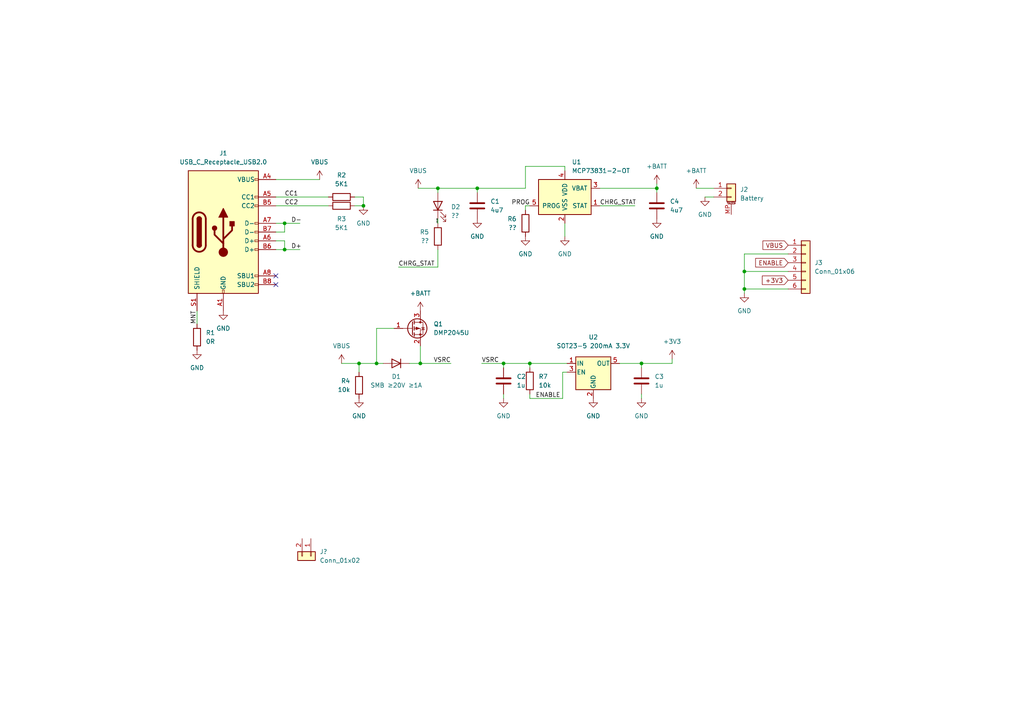
<source format=kicad_sch>
(kicad_sch (version 20211123) (generator eeschema)
  (paper "A4")
  (title_block (title "SDP23_Team5_Coaster") (date "2022-11-22") (rev "v1.0") (company "Qat") (comment 1 "Omar Areiqat") (comment 2 "Referenced from M5 Terrain Buggy"))
  (lib_symbols
    (symbol "Battery_Management:MCP73831-2-OT" (pin_names (offset 1.016))
      (property "Reference" "U" (at -7.62 6.35 0))
      (property "Value" "MCP73831-2-OT" (at 1.27 6.35 0))
      (symbol "MCP73831-2-OT_0_1"
        (rectangle (start -7.62 5.08) (end 7.62 -5.08) (stroke (width 0.254)) (fill (type background)))
      )
      (symbol "MCP73831-2-OT_1_1"
        (pin output line (at 10.16 -2.54 180) (length 2.54) (name "STAT") (number "1"))
        (pin power_in line (at 0 -7.62 90) (length 2.54) (name "VSS") (number "2"))
        (pin power_out line (at 10.16 2.54 180) (length 2.54) (name "VBAT") (number "3"))
        (pin power_in line (at 0 7.62 270) (length 2.54) (name "VDD") (number "4"))
        (pin input line (at -10.16 -2.54 0) (length 2.54) (name "PROG") (number "5"))
      )
    )
    (symbol "Connector:USB_C_Receptacle_USB2.0" (pin_names (offset 1.016))
      (property "Reference" "J" (at -10.16 19.05 0))
      (property "Value" "USB_C_Receptacle_USB2.0" (at 19.05 19.05 0))
      (symbol "USB_C_Receptacle_USB2.0_0_0"
        (rectangle (start -0.254 -17.78) (end 0.254 -16.764))
        (rectangle (start 10.16 -14.986) (end 9.144 -15.494))
        (rectangle (start 10.16 -12.446) (end 9.144 -12.954))
        (rectangle (start 10.16 -4.826) (end 9.144 -5.334))
        (rectangle (start 10.16 -2.286) (end 9.144 -2.794))
        (rectangle (start 10.16 0.254) (end 9.144 -0.254))
        (rectangle (start 10.16 2.794) (end 9.144 2.286))
        (rectangle (start 10.16 7.874) (end 9.144 7.366))
        (rectangle (start 10.16 10.414) (end 9.144 9.906))
        (rectangle (start 10.16 15.494) (end 9.144 14.986))
      )
      (symbol "USB_C_Receptacle_USB2.0_0_1"
        (rectangle (start -10.16 17.78) (end 10.16 -17.78) (stroke (width 0.254)) (fill (type background)))
        (arc (start -8.89 -3.81) (mid -6.985 -5.715) (end -5.08 -3.81) (stroke (width 0.508)))
        (arc (start -7.62 -3.81) (mid -6.985 -4.445) (end -6.35 -3.81) (stroke (width 0.254)))
        (arc (start -7.62 -3.81) (mid -6.985 -4.445) (end -6.35 -3.81) (stroke (width 0.254)) (fill (type outline)))
        (rectangle (start -7.62 -3.81) (end -6.35 3.81) (stroke (width 0.254)) (fill (type outline)))
        (arc (start -6.35 3.81) (mid -6.985 4.445) (end -7.62 3.81) (stroke (width 0.254)))
        (arc (start -6.35 3.81) (mid -6.985 4.445) (end -7.62 3.81) (stroke (width 0.254)) (fill (type outline)))
        (arc (start -5.08 3.81) (mid -6.985 5.715) (end -8.89 3.81) (stroke (width 0.508)))
        (circle (center -2.54 1.143) (radius 0.635) (stroke (width 0.254)) (fill (type outline)))
        (circle (center 0 -5.842) (radius 1.27) (fill (type outline)))
        (polyline (pts (xy -8.89 -3.81) (xy -8.89 3.81)) (stroke (width 0.508)))
        (polyline (pts (xy -5.08 3.81) (xy -5.08 -3.81)) (stroke (width 0.508)))
        (polyline (pts (xy 0 -5.842) (xy 0 4.318)) (stroke (width 0.508)))
        (polyline (pts (xy 0 -3.302) (xy -2.54 -0.762) (xy -2.54 0.508)) (stroke (width 0.508)))
        (polyline (pts (xy 0 -2.032) (xy 2.54 0.508) (xy 2.54 1.778)) (stroke (width 0.508)))
        (polyline (pts (xy -1.27 4.318) (xy 0 6.858) (xy 1.27 4.318) (xy -1.27 4.318)) (stroke (width 0.254)) (fill (type outline)))
        (rectangle (start 1.905 1.778) (end 3.175 3.048) (stroke (width 0.254)) (fill (type outline)))
      )
      (symbol "USB_C_Receptacle_USB2.0_1_1"
        (pin passive line (at 0 -22.86 90) (length 5.08) (name "GND") (number "A1"))
        (pin passive line (at 0 -22.86 90) (length 5.08) hide (name "GND") (number "A12"))
        (pin passive line (at 15.24 15.24 180) (length 5.08) (name "VBUS") (number "A4"))
        (pin bidirectional line (at 15.24 10.16 180) (length 5.08) (name "CC1") (number "A5"))
        (pin bidirectional line (at 15.24 -2.54 180) (length 5.08) (name "D+") (number "A6"))
        (pin bidirectional line (at 15.24 2.54 180) (length 5.08) (name "D-") (number "A7"))
        (pin bidirectional line (at 15.24 -12.7 180) (length 5.08) (name "SBU1") (number "A8"))
        (pin passive line (at 15.24 15.24 180) (length 5.08) hide (name "VBUS") (number "A9"))
        (pin passive line (at 0 -22.86 90) (length 5.08) hide (name "GND") (number "B1"))
        (pin passive line (at 0 -22.86 90) (length 5.08) hide (name "GND") (number "B12"))
        (pin passive line (at 15.24 15.24 180) (length 5.08) hide (name "VBUS") (number "B4"))
        (pin bidirectional line (at 15.24 7.62 180) (length 5.08) (name "CC2") (number "B5"))
        (pin bidirectional line (at 15.24 -5.08 180) (length 5.08) (name "D+") (number "B6"))
        (pin bidirectional line (at 15.24 0 180) (length 5.08) (name "D-") (number "B7"))
        (pin bidirectional line (at 15.24 -15.24 180) (length 5.08) (name "SBU2") (number "B8"))
        (pin passive line (at 15.24 15.24 180) (length 5.08) hide (name "VBUS") (number "B9"))
        (pin passive line (at -7.62 -22.86 90) (length 5.08) (name "SHIELD") (number "S1"))
      )
    )
    (symbol "Connector_Generic:Conn_01x02" (pin_names (offset 1.016) hide)
      (property "Reference" "J" (at 0 2.54 0))
      (property "Value" "Conn_01x02" (at 0 -5.08 0))
      (symbol "Conn_01x02_1_1"
        (rectangle (start -1.27 -2.413) (end 0 -2.667) (stroke (width 0.1524)))
        (rectangle (start -1.27 0.127) (end 0 -0.127) (stroke (width 0.1524)))
        (rectangle (start -1.27 1.27) (end 1.27 -3.81) (stroke (width 0.254)) (fill (type background)))
        (pin passive line (at -5.08 0 0) (length 3.81) (name "Pin_1") (number "1"))
        (pin passive line (at -5.08 -2.54 0) (length 3.81) (name "Pin_2") (number "2"))
      )
    )
    (symbol "Connector_Generic:Conn_01x06" (pin_names (offset 1.016) hide)
      (property "Reference" "J" (at 0 7.62 0))
      (property "Value" "Conn_01x06" (at 0 -10.16 0))
      (symbol "Conn_01x06_1_1"
        (rectangle (start -1.27 -7.493) (end 0 -7.747) (stroke (width 0.1524)))
        (rectangle (start -1.27 -4.953) (end 0 -5.207) (stroke (width 0.1524)))
        (rectangle (start -1.27 -2.413) (end 0 -2.667) (stroke (width 0.1524)))
        (rectangle (start -1.27 0.127) (end 0 -0.127) (stroke (width 0.1524)))
        (rectangle (start -1.27 2.667) (end 0 2.413) (stroke (width 0.1524)))
        (rectangle (start -1.27 5.207) (end 0 4.953) (stroke (width 0.1524)))
        (rectangle (start -1.27 6.35) (end 1.27 -8.89) (stroke (width 0.254)) (fill (type background)))
        (pin passive line (at -5.08 5.08 0) (length 3.81) (name "Pin_1") (number "1"))
        (pin passive line (at -5.08 2.54 0) (length 3.81) (name "Pin_2") (number "2"))
        (pin passive line (at -5.08 0 0) (length 3.81) (name "Pin_3") (number "3"))
        (pin passive line (at -5.08 -2.54 0) (length 3.81) (name "Pin_4") (number "4"))
        (pin passive line (at -5.08 -5.08 0) (length 3.81) (name "Pin_5") (number "5"))
        (pin passive line (at -5.08 -7.62 0) (length 3.81) (name "Pin_6") (number "6"))
      )
    )
    (symbol "Connector_Generic_MountingPin:Conn_01x02_MountingPin" (pin_names (offset 1.016) hide)
      (property "Reference" "J" (at 0 2.54 0))
      (property "Value" "Conn_01x02_MountingPin" (at 1.27 -5.08 0))
      (symbol "Conn_01x02_MountingPin_1_1"
        (rectangle (start -1.27 -2.413) (end 0 -2.667) (stroke (width 0.1524)))
        (rectangle (start -1.27 0.127) (end 0 -0.127) (stroke (width 0.1524)))
        (rectangle (start -1.27 1.27) (end 1.27 -3.81) (stroke (width 0.254)) (fill (type background)))
        (polyline (pts (xy -1.016 -4.572) (xy 1.016 -4.572)) (stroke (width 0.1524)))
        (text "Mounting" (at 0 -4.191 0) (effects (font (size 0.381 0.381))))
        (pin passive line (at -5.08 0 0) (length 3.81) (name "Pin_1") (number "1"))
        (pin passive line (at -5.08 -2.54 0) (length 3.81) (name "Pin_2") (number "2"))
        (pin passive line (at 0 -7.62 90) (length 3.048) (name "MountPin") (number "MP"))
      )
    )
    (symbol "Device:C" (pin_numbers hide) (pin_names (offset 0.254))
      (property "Reference" "C" (at 0.635 2.54 0))
      (property "Value" "C" (at 0.635 -2.54 0))
      (symbol "C_0_1"
        (polyline (pts (xy -2.032 -0.762) (xy 2.032 -0.762)) (stroke (width 0.508)))
        (polyline (pts (xy -2.032 0.762) (xy 2.032 0.762)) (stroke (width 0.508)))
      )
      (symbol "C_1_1"
        (pin passive line (at 0 3.81 270) (length 2.794) (name "~") (number "1"))
        (pin passive line (at 0 -3.81 90) (length 2.794) (name "~") (number "2"))
      )
    )
    (symbol "Device:D" (pin_numbers hide) (pin_names (offset 1.016) hide)
      (property "Reference" "D" (at 0 2.54 0))
      (property "Value" "D" (at 0 -2.54 0))
      (symbol "D_0_1"
        (polyline (pts (xy -1.27 1.27) (xy -1.27 -1.27)) (stroke (width 0.254)))
        (polyline (pts (xy 1.27 0) (xy -1.27 0)))
        (polyline (pts (xy 1.27 1.27) (xy 1.27 -1.27) (xy -1.27 0) (xy 1.27 1.27)) (stroke (width 0.254)))
      )
      (symbol "D_1_1"
        (pin passive line (at -3.81 0 0) (length 2.54) (name "K") (number "1"))
        (pin passive line (at 3.81 0 180) (length 2.54) (name "A") (number "2"))
      )
    )
    (symbol "Device:LED" (pin_numbers hide) (pin_names (offset 1.016) hide)
      (property "Reference" "D" (at 0 2.54 0))
      (property "Value" "LED" (at 0 -2.54 0))
      (symbol "LED_0_1"
        (polyline (pts (xy -1.27 -1.27) (xy -1.27 1.27)) (stroke (width 0.254)))
        (polyline (pts (xy -1.27 0) (xy 1.27 0)))
        (polyline (pts (xy 1.27 -1.27) (xy 1.27 1.27) (xy -1.27 0) (xy 1.27 -1.27)) (stroke (width 0.254)))
        (polyline (pts (xy -3.048 -0.762) (xy -4.572 -2.286) (xy -3.81 -2.286) (xy -4.572 -2.286) (xy -4.572 -1.524)))
        (polyline (pts (xy -1.778 -0.762) (xy -3.302 -2.286) (xy -2.54 -2.286) (xy -3.302 -2.286) (xy -3.302 -1.524)))
      )
      (symbol "LED_1_1"
        (pin passive line (at -3.81 0 0) (length 2.54) (name "K") (number "1"))
        (pin passive line (at 3.81 0 180) (length 2.54) (name "A") (number "2"))
      )
    )
    (symbol "Device:R" (pin_numbers hide) (pin_names (offset 0))
      (property "Reference" "R" (at 2.032 0 90))
      (property "Value" "R" (at 0 0 90))
      (symbol "R_0_1"
        (rectangle (start -1.016 -2.54) (end 1.016 2.54) (stroke (width 0.254)))
      )
      (symbol "R_1_1"
        (pin passive line (at 0 3.81 270) (length 1.27) (name "~") (number "1"))
        (pin passive line (at 0 -3.81 90) (length 1.27) (name "~") (number "2"))
      )
    )
    (symbol "Regulator_Linear:TLV70033_SOT23-5" (pin_names (offset 0.254))
      (property "Reference" "U" (at -3.81 5.715 0))
      (property "Value" "TLV70033_SOT23-5" (at 0 5.715 0))
      (symbol "TLV70033_SOT23-5_0_1"
        (rectangle (start -5.08 4.445) (end 5.08 -5.08) (stroke (width 0.254)) (fill (type background)))
      )
      (symbol "TLV70033_SOT23-5_1_1"
        (pin power_in line (at -7.62 2.54 0) (length 2.54) (name "IN") (number "1"))
        (pin power_in line (at 0 -7.62 90) (length 2.54) (name "GND") (number "2"))
        (pin input line (at -7.62 0 0) (length 2.54) (name "EN") (number "3"))
        (pin no_connect line (at 5.08 0 180) (length 2.54) hide (name "NC") (number "4"))
        (pin power_out line (at 7.62 2.54 180) (length 2.54) (name "OUT") (number "5"))
      )
    )
    (symbol "Transistor_FET:AO3401A" (pin_names hide)
      (property "Reference" "Q" (at 5.08 1.905 0))
      (property "Value" "AO3401A" (at 5.08 0 0))
      (symbol "AO3401A_0_1"
        (polyline (pts (xy 0.254 0) (xy -2.54 0)))
        (polyline (pts (xy 0.254 1.905) (xy 0.254 -1.905)) (stroke (width 0.254)))
        (polyline (pts (xy 0.762 -1.27) (xy 0.762 -2.286)) (stroke (width 0.254)))
        (polyline (pts (xy 0.762 0.508) (xy 0.762 -0.508)) (stroke (width 0.254)))
        (polyline (pts (xy 0.762 2.286) (xy 0.762 1.27)) (stroke (width 0.254)))
        (polyline (pts (xy 2.54 2.54) (xy 2.54 1.778)))
        (polyline (pts (xy 2.54 -2.54) (xy 2.54 0) (xy 0.762 0)))
        (polyline (pts (xy 0.762 1.778) (xy 3.302 1.778) (xy 3.302 -1.778) (xy 0.762 -1.778)))
        (polyline (pts (xy 2.286 0) (xy 1.27 0.381) (xy 1.27 -0.381) (xy 2.286 0)) (fill (type outline)))
        (polyline (pts (xy 2.794 -0.508) (xy 2.921 -0.381) (xy 3.683 -0.381) (xy 3.81 -0.254)))
        (polyline (pts (xy 3.302 -0.381) (xy 2.921 0.254) (xy 3.683 0.254) (xy 3.302 -0.381)))
        (circle (center 1.651 0) (radius 2.794) (stroke (width 0.254)))
        (circle (center 2.54 -1.778) (radius 0.254) (fill (type outline)))
        (circle (center 2.54 1.778) (radius 0.254) (fill (type outline)))
      )
      (symbol "AO3401A_1_1"
        (pin input line (at -5.08 0 0) (length 2.54) (name "G") (number "1"))
        (pin passive line (at 2.54 -5.08 90) (length 2.54) (name "S") (number "2"))
        (pin passive line (at 2.54 5.08 270) (length 2.54) (name "D") (number "3"))
      )
    )
    (symbol "power:+3V3" (power) (pin_names (offset 0))
      (property "Value" "+3V3" (at 0 3.556 0))
      (symbol "+3V3_0_1"
        (polyline (pts (xy -0.762 1.27) (xy 0 2.54)))
        (polyline (pts (xy 0 0) (xy 0 2.54)))
        (polyline (pts (xy 0 2.54) (xy 0.762 1.27)))
      )
      (symbol "+3V3_1_1"
        (pin power_in line (at 0 0 90) (length 0) hide (name "+3V3") (number "1"))
      )
    )
    (symbol "power:+BATT" (power) (pin_names (offset 0))
      (property "Value" "+BATT" (at 0 3.556 0))
      (symbol "+BATT_0_1"
        (polyline (pts (xy -0.762 1.27) (xy 0 2.54)))
        (polyline (pts (xy 0 0) (xy 0 2.54)))
        (polyline (pts (xy 0 2.54) (xy 0.762 1.27)))
      )
      (symbol "+BATT_1_1"
        (pin power_in line (at 0 0 90) (length 0) hide (name "+BATT") (number "1"))
      )
    )
    (symbol "power:GND" (power) (pin_names (offset 0))
      (property "Value" "GND" (at 0 -3.81 0))
      (symbol "GND_0_1"
        (polyline (pts (xy 0 0) (xy 0 -1.27) (xy 1.27 -1.27) (xy 0 -2.54) (xy -1.27 -1.27) (xy 0 -1.27)))
      )
      (symbol "GND_1_1"
        (pin power_in line (at 0 0 270) (length 0) hide (name "GND") (number "1"))
      )
    )
    (symbol "power:VBUS" (power) (pin_names (offset 0))
      (property "Value" "VBUS" (at 0 3.81 0))
      (symbol "VBUS_0_1"
        (polyline (pts (xy -0.762 1.27) (xy 0 2.54)))
        (polyline (pts (xy 0 0) (xy 0 2.54)))
        (polyline (pts (xy 0 2.54) (xy 0.762 1.27)))
      )
      (symbol "VBUS_1_1"
        (pin power_in line (at 0 0 90) (length 0) hide (name "VBUS") (number "1"))
      )
    )
  )
  (junction (at 190.5 54.61))
  (junction (at 121.92 105.41))
  (junction (at 82.55 64.77))
  (junction (at 186.055 105.41))
  (junction (at 153.67 105.41))
  (junction (at 215.9 83.82))
  (junction (at 109.22 105.41))
  (junction (at 138.43 54.61))
  (junction (at 105.41 59.69))
  (junction (at 127 54.61))
  (junction (at 215.9 78.74))
  (junction (at 82.55 72.39))
  (junction (at 104.14 105.41))
  (junction (at 146.05 105.41))
  (no_connect (at 80.01 82.55))
  (no_connect (at 80.01 80.01))
  (wire (pts (xy 215.9 83.82) (xy 215.9 78.74)))
  (wire (pts (xy 104.14 105.41) (xy 104.14 107.95)))
  (wire (pts (xy 80.01 67.31) (xy 82.55 67.31)))
  (wire (pts (xy 109.22 95.25) (xy 109.22 105.41)))
  (wire (pts (xy 153.67 106.68) (xy 153.67 105.41)))
  (wire (pts (xy 163.83 68.58) (xy 163.83 64.77)))
  (wire (pts (xy 186.055 105.41) (xy 194.945 105.41)))
  (wire (pts (xy 118.745 105.41) (xy 121.92 105.41)))
  (wire (pts (xy 139.7 105.41) (xy 146.05 105.41)))
  (wire (pts (xy 152.4 48.26) (xy 152.4 54.61)))
  (wire (pts (xy 173.99 54.61) (xy 190.5 54.61)))
  (wire (pts (xy 80.01 57.15) (xy 95.25 57.15)))
  (wire (pts (xy 163.195 107.95) (xy 163.195 115.57)))
  (wire (pts (xy 138.43 54.61) (xy 152.4 54.61)))
  (wire (pts (xy 153.67 114.3) (xy 153.67 115.57)))
  (wire (pts (xy 99.06 105.41) (xy 104.14 105.41)))
  (wire (pts (xy 80.01 52.07) (xy 92.71 52.07)))
  (wire (pts (xy 109.22 105.41) (xy 111.125 105.41)))
  (wire (pts (xy 153.67 115.57) (xy 163.195 115.57)))
  (wire (pts (xy 186.055 114.3) (xy 186.055 115.57)))
  (wire (pts (xy 127 54.61) (xy 138.43 54.61)))
  (wire (pts (xy 57.15 90.17) (xy 57.15 93.98)))
  (wire (pts (xy 121.92 105.41) (xy 130.81 105.41)))
  (wire (pts (xy 179.705 105.41) (xy 186.055 105.41)))
  (wire (pts (xy 190.5 53.34) (xy 190.5 54.61)))
  (wire (pts (xy 228.6 83.82) (xy 215.9 83.82)))
  (wire (pts (xy 152.4 60.96) (xy 152.4 59.69)))
  (wire (pts (xy 146.05 105.41) (xy 153.67 105.41)))
  (wire (pts (xy 127 72.39) (xy 127 77.47)))
  (wire (pts (xy 115.57 77.47) (xy 127 77.47)))
  (wire (pts (xy 104.14 105.41) (xy 109.22 105.41)))
  (wire (pts (xy 82.55 69.85) (xy 82.55 72.39)))
  (wire (pts (xy 80.01 72.39) (xy 82.55 72.39)))
  (wire (pts (xy 186.055 105.41) (xy 186.055 106.68)))
  (wire (pts (xy 228.6 73.66) (xy 215.9 73.66)))
  (wire (pts (xy 190.5 54.61) (xy 190.5 55.88)))
  (wire (pts (xy 164.465 107.95) (xy 163.195 107.95)))
  (wire (pts (xy 138.43 54.61) (xy 138.43 55.88)))
  (wire (pts (xy 102.87 59.69) (xy 105.41 59.69)))
  (wire (pts (xy 207.01 57.15) (xy 204.47 57.15)))
  (wire (pts (xy 121.92 100.33) (xy 121.92 105.41)))
  (wire (pts (xy 82.55 72.39) (xy 86.995 72.39)))
  (wire (pts (xy 102.87 57.15) (xy 105.41 57.15)))
  (wire (pts (xy 146.05 105.41) (xy 146.05 106.68)))
  (wire (pts (xy 82.55 64.77) (xy 82.55 67.31)))
  (wire (pts (xy 153.67 105.41) (xy 164.465 105.41)))
  (wire (pts (xy 215.9 73.66) (xy 215.9 78.74)))
  (wire (pts (xy 127 63.5) (xy 127 64.77)))
  (wire (pts (xy 121.285 54.61) (xy 127 54.61)))
  (wire (pts (xy 215.9 83.82) (xy 215.9 85.09)))
  (wire (pts (xy 80.01 64.77) (xy 82.55 64.77)))
  (wire (pts (xy 146.05 114.3) (xy 146.05 115.57)))
  (wire (pts (xy 80.01 69.85) (xy 82.55 69.85)))
  (wire (pts (xy 215.9 78.74) (xy 228.6 78.74)))
  (wire (pts (xy 109.22 95.25) (xy 114.3 95.25)))
  (wire (pts (xy 194.945 104.14) (xy 194.945 105.41)))
  (wire (pts (xy 105.41 57.15) (xy 105.41 59.69)))
  (wire (pts (xy 163.83 49.53) (xy 163.83 48.26)))
  (wire (pts (xy 127 54.61) (xy 127 55.88)))
  (wire (pts (xy 82.55 64.77) (xy 86.995 64.77)))
  (wire (pts (xy 173.99 59.69) (xy 184.15 59.69)))
  (wire (pts (xy 201.93 54.61) (xy 207.01 54.61)))
  (wire (pts (xy 152.4 59.69) (xy 153.67 59.69)))
  (wire (pts (xy 80.01 59.69) (xy 95.25 59.69)))
  (wire (pts (xy 163.83 48.26) (xy 152.4 48.26)))
  (label "CHRG_STAT" (at 173.99 59.69 0))
  (label "D+" (at 84.455 72.39 0))
  (label "MNT" (at 57.15 93.98 90))
  (label "PROG" (at 153.67 59.69 180))
  (label "VSRC" (at 125.73 105.41 0))
  (label "CC2" (at 82.55 59.69 0))
  (label "CHRG_STAT" (at 115.57 77.47 0))
  (label "D-" (at 84.455 64.77 0))
  (label "ENABLE" (at 162.56 115.57 180))
  (label "VSRC" (at 139.7 105.41 0))
  (label "LED_D2" (at 127 64.77 90) (effects (font (size 0.254 0.254))))
  (label "CC1" (at 82.55 57.15 0))
  (global_label "VBUS" (shape input) (at 228.6 71.12 180) (property "Intersheet References" "${INTERSHEET_REFS}" (effects hide)))
  (global_label "ENABLE" (shape input) (at 228.6 76.2 180) (property "Intersheet References" "${INTERSHEET_REFS}" (effects hide)))
  (global_label "+3V3" (shape input) (at 228.6 81.28 180) (property "Intersheet References" "${INTERSHEET_REFS}" (effects hide)))
  (symbol (lib_id "power:GND") (at 64.77 90.17 0) (unit 1)
    (property "Reference" "#PWR0119" (effects hide))
    (property "Value" "GND" (at 64.77 95.25 0))
  )
  (symbol (lib_id "Device:R") (at 153.67 110.49 180) (unit 1)
    (property "Reference" "R7" (at 156.21 109.2199 0) (effects (justify right)))
    (property "Value" "10k" (at 156.21 111.7599 0) (effects (justify right)))
    (property "Footprint" "Resistor_SMD:R_0805_2012Metric_Pad1.20x1.40mm_HandSolder" (effects hide))
  )
  (symbol (lib_id "power:GND") (at 190.5 63.5 0) (unit 1)
    (property "Reference" "#PWR0106" (effects hide))
    (property "Value" "GND" (at 190.5 68.58 0))
  )
  (symbol (lib_id "power:GND") (at 138.43 63.5 0) (unit 1)
    (property "Reference" "#PWR0109" (effects hide))
    (property "Value" "GND" (at 138.43 68.58 0))
  )
  (symbol (lib_id "Connector:USB_C_Receptacle_USB2.0") (at 64.77 67.31 0) (unit 1)
    (property "Reference" "J1" (at 64.77 44.45 0))
    (property "Value" "USB_C_Receptacle_USB2.0" (at 64.77 46.99 0))
    (property "Footprint" "Connector_USB:USB_C_Receptacle_Palconn_UTC16-G" (effects hide))
    (property "Datasheet" "https://www.usb.org/sites/default/files/documents/usb_type-c.zip" (effects hide))
  )
  (symbol (lib_id "Regulator_Linear:TLV70033_SOT23-5") (at 172.085 107.95 0) (unit 1)
    (property "Reference" "U2" (at 172.085 97.79 0))
    (property "Value" "SOT23-5 200mA 3.3V" (at 172.085 100.33 0))
    (property "Footprint" "Package_TO_SOT_SMD:SOT-23-5" (effects hide))
    (property "Datasheet" "http://www.ti.com/lit/ds/symlink/tlv700.pdf" (effects hide))
  )
  (symbol (lib_id "Device:C") (at 138.43 59.69 180) (unit 1)
    (property "Reference" "C1" (at 142.24 58.4199 0) (effects (justify right)))
    (property "Value" "4u7" (at 142.24 60.9599 0) (effects (justify right)))
    (property "Footprint" "Capacitor_SMD:C_0805_2012Metric_Pad1.18x1.45mm_HandSolder" (effects hide))
  )
  (symbol (lib_id "power:GND") (at 163.83 68.58 0) (unit 1)
    (property "Reference" "#PWR0110" (effects hide))
    (property "Value" "GND" (at 163.83 73.66 0))
  )
  (symbol (lib_id "power:+BATT") (at 190.5 53.34 0) (unit 1)
    (property "Reference" "#PWR0103" (effects hide))
    (property "Value" "+BATT" (at 190.5 48.26 0))
  )
  (symbol (lib_id "Device:C") (at 186.055 110.49 180) (unit 1)
    (property "Reference" "C3" (at 189.865 109.2199 0) (effects (justify right)))
    (property "Value" "1u" (at 189.865 111.7599 0) (effects (justify right)))
    (property "Footprint" "Capacitor_SMD:C_0805_2012Metric_Pad1.18x1.45mm_HandSolder" (effects hide))
  )
  (symbol (lib_id "Transistor_FET:AO3401A") (at 119.38 95.25 0) (unit 1)
    (property "Reference" "Q1" (at 125.73 93.9799 0) (effects (justify left)))
    (property "Value" "DMP2045U" (at 125.73 96.5199 0) (effects (justify left)))
    (property "Footprint" "Package_TO_SOT_SMD:SOT-23" (effects hide))
    (property "Datasheet" "https://www.diodes.com/assets/Datasheets/DMP2045U.pdf" (effects hide))
  )
  (symbol (lib_id "Connector_Generic:Conn_01x02") (at 90.17 161.29 270) (unit 1)
    (property "Reference" "J?" (at 92.71 160.0199 90) (effects (justify left)))
    (property "Value" "Conn_01x02" (at 92.71 162.5599 90) (effects (justify left)))
  )
  (symbol (lib_id "Device:R") (at 99.06 59.69 270) (unit 1)
    (property "Reference" "R3" (at 99.06 63.5 90))
    (property "Value" "5K1" (at 99.06 66.04 90))
    (property "Footprint" "Resistor_SMD:R_0805_2012Metric_Pad1.20x1.40mm_HandSolder" (effects hide))
  )
  (symbol (lib_id "Device:R") (at 152.4 64.77 0) (mirror x) (unit 1)
    (property "Reference" "R6" (at 149.86 63.4999 0) (effects (justify right)))
    (property "Value" "??" (at 149.86 66.0399 0) (effects (justify right)))
    (property "Footprint" "Resistor_SMD:R_0805_2012Metric_Pad1.20x1.40mm_HandSolder" (effects hide))
  )
  (symbol (lib_id "power:GND") (at 172.085 115.57 0) (unit 1)
    (property "Reference" "#PWR0108" (effects hide))
    (property "Value" "GND" (at 172.085 120.65 0))
  )
  (symbol (lib_id "power:VBUS") (at 92.71 52.07 0) (unit 1)
    (property "Reference" "#PWR0113" (effects hide))
    (property "Value" "VBUS" (at 92.71 46.99 0))
  )
  (symbol (lib_id "power:+3V3") (at 194.945 104.14 0) (unit 1)
    (property "Reference" "#PWR0105" (effects hide))
    (property "Value" "+3V3" (at 194.945 99.06 0))
  )
  (symbol (lib_id "power:VBUS") (at 99.06 105.41 0) (unit 1)
    (property "Reference" "#PWR0118" (effects hide))
    (property "Value" "VBUS" (at 99.06 100.33 0))
  )
  (symbol (lib_id "Device:R") (at 127 68.58 0) (mirror x) (unit 1)
    (property "Reference" "R5" (at 124.46 67.3099 0) (effects (justify right)))
    (property "Value" "??" (at 124.46 69.8499 0) (effects (justify right)))
    (property "Footprint" "Resistor_SMD:R_0805_2012Metric_Pad1.20x1.40mm_HandSolder" (effects hide))
  )
  (symbol (lib_id "Device:C") (at 146.05 110.49 0) (unit 1)
    (property "Reference" "C2" (at 149.86 109.2199 0) (effects (justify left)))
    (property "Value" "1u" (at 149.86 111.7599 0) (effects (justify left)))
    (property "Footprint" "Capacitor_SMD:C_0805_2012Metric_Pad1.18x1.45mm_HandSolder" (effects hide))
  )
  (symbol (lib_id "Battery_Management:MCP73831-2-OT") (at 163.83 57.15 0) (unit 1)
    (property "Reference" "U1" (at 165.8494 46.99 0) (effects (justify left)))
    (property "Value" "MCP73831-2-OT" (at 165.8494 49.53 0) (effects (justify left)))
    (property "Footprint" "Package_TO_SOT_SMD:SOT-23-5" (effects hide))
    (property "Datasheet" "http://ww1.microchip.com/downloads/en/DeviceDoc/20001984g.pdf" (effects hide))
  )
  (symbol (lib_id "power:GND") (at 204.47 57.15 0) (mirror y) (unit 1)
    (property "Reference" "#PWR0102" (effects hide))
    (property "Value" "GND" (at 204.47 62.23 0))
  )
  (symbol (lib_id "Device:D") (at 114.935 105.41 0) (mirror y) (unit 1)
    (property "Reference" "D1" (at 114.935 109.22 0))
    (property "Value" "SMB ≥20V ≥1A" (at 114.935 111.76 0))
    (property "Footprint" "Diode_SMD:D_1206_3216Metric_Pad1.42x1.75mm_HandSolder" (effects hide))
  )
  (symbol (lib_id "power:GND") (at 146.05 115.57 0) (unit 1)
    (property "Reference" "#PWR0112" (effects hide))
    (property "Value" "GND" (at 146.05 120.65 0))
  )
  (symbol (lib_id "Connector_Generic_MountingPin:Conn_01x02_MountingPin") (at 212.09 54.61 0) (unit 1)
    (property "Reference" "J2" (at 214.63 54.9655 0) (effects (justify left)))
    (property "Value" "Battery" (at 214.63 57.5055 0) (effects (justify left)))
    (property "Footprint" "Connector_JST:JST_PH_S2B-PH-SM4-TB_1x02-1MP_P2.00mm_Horizontal" (effects hide))
  )
  (symbol (lib_id "power:VBUS") (at 121.285 54.61 0) (unit 1)
    (property "Reference" "#PWR0116" (effects hide))
    (property "Value" "VBUS" (at 121.285 49.53 0))
  )
  (symbol (lib_id "Device:R") (at 104.14 111.76 180) (unit 1)
    (property "Reference" "R4" (at 101.6 110.4899 0) (effects (justify left)))
    (property "Value" "10k" (at 101.6 113.0299 0) (effects (justify left)))
    (property "Footprint" "Resistor_SMD:R_0805_2012Metric_Pad1.20x1.40mm_HandSolder" (effects hide))
  )
  (symbol (lib_id "Device:LED") (at 127 59.69 90) (unit 1)
    (property "Reference" "D2" (at 130.81 60.0074 90) (effects (justify right)))
    (property "Value" "??" (at 130.81 62.5474 90) (effects (justify right)))
    (property "Footprint" "LED_SMD:LED_0805_2012Metric_Pad1.15x1.40mm_HandSolder" (effects hide))
  )
  (symbol (lib_id "Device:R") (at 57.15 97.79 0) (mirror y) (unit 1)
    (property "Reference" "R1" (at 59.69 96.5199 0) (effects (justify right)))
    (property "Value" "0R" (at 59.69 99.0599 0) (effects (justify right)))
    (property "Footprint" "Resistor_SMD:R_0805_2012Metric_Pad1.20x1.40mm_HandSolder" (effects hide))
  )
  (symbol (lib_id "power:GND") (at 105.41 59.69 0) (unit 1)
    (property "Reference" "#PWR0114" (effects hide))
    (property "Value" "GND" (at 105.41 64.77 0))
  )
  (symbol (lib_id "Connector_Generic:Conn_01x06") (at 233.68 76.2 0) (unit 1)
    (property "Reference" "J3" (at 236.22 76.1999 0) (effects (justify left)))
    (property "Value" "Conn_01x06" (at 236.22 78.7399 0) (effects (justify left)))
    (property "Footprint" "Connector_PinHeader_2.54mm:PinHeader_1x06_P2.54mm_Vertical" (effects hide))
  )
  (symbol (lib_id "power:+BATT") (at 121.92 90.17 0) (unit 1)
    (property "Reference" "#PWR0115" (effects hide))
    (property "Value" "+BATT" (at 121.92 85.09 0))
  )
  (symbol (lib_id "Device:C") (at 190.5 59.69 0) (unit 1)
    (property "Reference" "C4" (at 194.31 58.4199 0) (effects (justify left)))
    (property "Value" "4u7" (at 194.31 60.9599 0) (effects (justify left)))
    (property "Footprint" "Capacitor_SMD:C_0805_2012Metric_Pad1.18x1.45mm_HandSolder" (effects hide))
  )
  (symbol (lib_id "power:GND") (at 152.4 68.58 0) (unit 1)
    (property "Reference" "#PWR0111" (effects hide))
    (property "Value" "GND" (at 152.4 73.66 0))
  )
  (symbol (lib_id "power:GND") (at 186.055 115.57 0) (unit 1)
    (property "Reference" "#PWR0107" (effects hide))
    (property "Value" "GND" (at 186.055 120.65 0))
  )
  (symbol (lib_id "power:GND") (at 104.14 115.57 0) (unit 1)
    (property "Reference" "#PWR0117" (effects hide))
    (property "Value" "GND" (at 104.14 120.65 0))
  )
  (symbol (lib_id "Device:R") (at 99.06 57.15 270) (mirror x) (unit 1)
    (property "Reference" "R2" (at 99.06 50.8 90))
    (property "Value" "5K1" (at 99.06 53.34 90))
    (property "Footprint" "Resistor_SMD:R_0805_2012Metric_Pad1.20x1.40mm_HandSolder" (effects hide))
  )
  (symbol (lib_id "power:+BATT") (at 201.93 54.61 0) (unit 1)
    (property "Reference" "#PWR0101" (effects hide))
    (property "Value" "+BATT" (at 201.93 49.53 0))
  )
  (symbol (lib_id "power:GND") (at 57.15 101.6 0) (unit 1)
    (property "Reference" "#PWR0120" (effects hide))
    (property "Value" "GND" (at 57.15 106.68 0))
  )
  (symbol (lib_id "power:GND") (at 215.9 85.09 0) (unit 1)
    (property "Reference" "#PWR0104" (effects hide))
    (property "Value" "GND" (at 215.9 90.17 0))
  )
)
</source>
